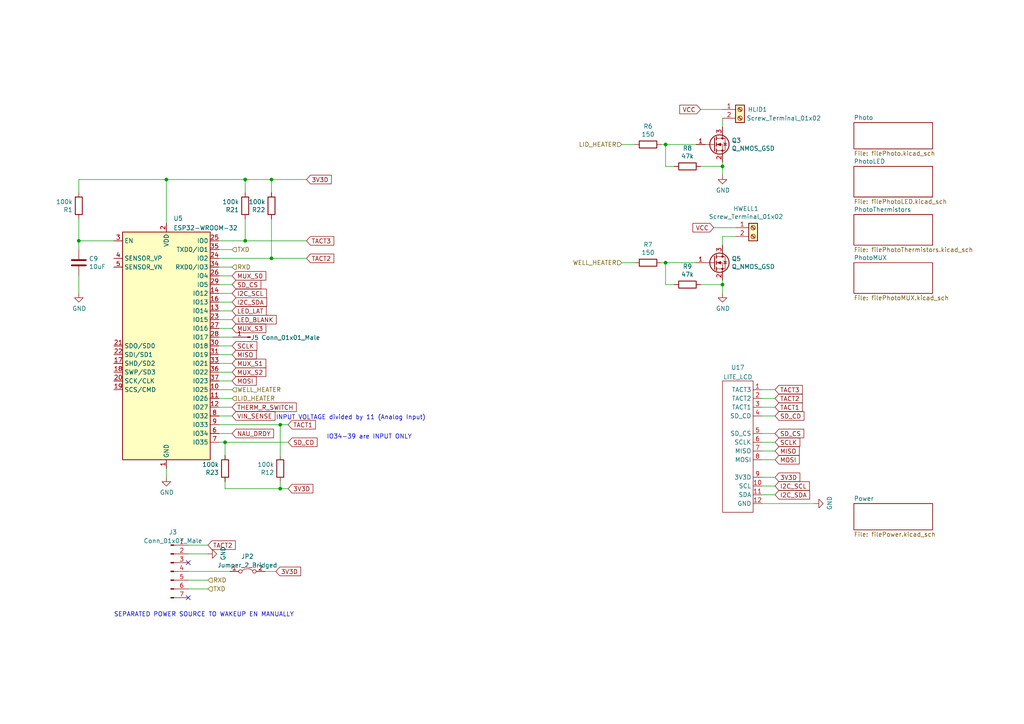
<source format=kicad_sch>
(kicad_sch (version 20211123) (generator eeschema)
  (paper "A4")
  (lib_symbols
    (symbol "Connector:Conn_01x01_Male" (pin_names (offset 1.016) hide)
      (property "Reference" "J" (at 0 2.54 0))
      (property "Value" "Conn_01x01_Male" (at 0 -2.54 0))
      (symbol "Conn_01x01_Male_1_1"
        (polyline (pts (xy 1.27 0) (xy 0.8636 0)) (stroke (width 0.1524)))
        (rectangle (start 0.8636 0.127) (end 0 -0.127) (stroke (width 0.1524)) (fill (type outline)))
        (pin passive line (at 5.08 0 180) (length 3.81) (name "Pin_1") (number "1"))
      )
    )
    (symbol "Connector:Conn_01x07_Male" (pin_names (offset 1.016) hide)
      (property "Reference" "J" (at 0 10.16 0))
      (property "Value" "Conn_01x07_Male" (at 0 -10.16 0))
      (symbol "Conn_01x07_Male_1_1"
        (polyline (pts (xy 1.27 -7.62) (xy 0.8636 -7.62)) (stroke (width 0.1524)))
        (polyline (pts (xy 1.27 -5.08) (xy 0.8636 -5.08)) (stroke (width 0.1524)))
        (polyline (pts (xy 1.27 -2.54) (xy 0.8636 -2.54)) (stroke (width 0.1524)))
        (polyline (pts (xy 1.27 0) (xy 0.8636 0)) (stroke (width 0.1524)))
        (polyline (pts (xy 1.27 2.54) (xy 0.8636 2.54)) (stroke (width 0.1524)))
        (polyline (pts (xy 1.27 5.08) (xy 0.8636 5.08)) (stroke (width 0.1524)))
        (polyline (pts (xy 1.27 7.62) (xy 0.8636 7.62)) (stroke (width 0.1524)))
        (rectangle (start 0.8636 -7.493) (end 0 -7.747) (stroke (width 0.1524)) (fill (type outline)))
        (rectangle (start 0.8636 -4.953) (end 0 -5.207) (stroke (width 0.1524)) (fill (type outline)))
        (rectangle (start 0.8636 -2.413) (end 0 -2.667) (stroke (width 0.1524)) (fill (type outline)))
        (rectangle (start 0.8636 0.127) (end 0 -0.127) (stroke (width 0.1524)) (fill (type outline)))
        (rectangle (start 0.8636 2.667) (end 0 2.413) (stroke (width 0.1524)) (fill (type outline)))
        (rectangle (start 0.8636 5.207) (end 0 4.953) (stroke (width 0.1524)) (fill (type outline)))
        (rectangle (start 0.8636 7.747) (end 0 7.493) (stroke (width 0.1524)) (fill (type outline)))
        (pin passive line (at 5.08 7.62 180) (length 3.81) (name "Pin_1") (number "1"))
        (pin passive line (at 5.08 5.08 180) (length 3.81) (name "Pin_2") (number "2"))
        (pin passive line (at 5.08 2.54 180) (length 3.81) (name "Pin_3") (number "3"))
        (pin passive line (at 5.08 0 180) (length 3.81) (name "Pin_4") (number "4"))
        (pin passive line (at 5.08 -2.54 180) (length 3.81) (name "Pin_5") (number "5"))
        (pin passive line (at 5.08 -5.08 180) (length 3.81) (name "Pin_6") (number "6"))
        (pin passive line (at 5.08 -7.62 180) (length 3.81) (name "Pin_7") (number "7"))
      )
    )
    (symbol "Connector:Screw_Terminal_01x02" (pin_names (offset 1.016) hide)
      (property "Reference" "J" (at 0 2.54 0))
      (property "Value" "Screw_Terminal_01x02" (at 0 -5.08 0))
      (symbol "Screw_Terminal_01x02_1_1"
        (rectangle (start -1.27 1.27) (end 1.27 -3.81) (stroke (width 0.254)) (fill (type background)))
        (circle (center 0 -2.54) (radius 0.635) (stroke (width 0.1524)))
        (polyline (pts (xy -0.5334 -2.2098) (xy 0.3302 -3.048)) (stroke (width 0.1524)))
        (polyline (pts (xy -0.5334 0.3302) (xy 0.3302 -0.508)) (stroke (width 0.1524)))
        (polyline (pts (xy -0.3556 -2.032) (xy 0.508 -2.8702)) (stroke (width 0.1524)))
        (polyline (pts (xy -0.3556 0.508) (xy 0.508 -0.3302)) (stroke (width 0.1524)))
        (circle (center 0 0) (radius 0.635) (stroke (width 0.1524)))
        (pin passive line (at -5.08 0 0) (length 3.81) (name "Pin_1") (number "1"))
        (pin passive line (at -5.08 -2.54 0) (length 3.81) (name "Pin_2") (number "2"))
      )
    )
    (symbol "Device:C" (pin_numbers hide) (pin_names (offset 0.254))
      (property "Reference" "C" (at 0.635 2.54 0))
      (property "Value" "C" (at 0.635 -2.54 0))
      (symbol "C_0_1"
        (polyline (pts (xy -2.032 -0.762) (xy 2.032 -0.762)) (stroke (width 0.508)))
        (polyline (pts (xy -2.032 0.762) (xy 2.032 0.762)) (stroke (width 0.508)))
      )
      (symbol "C_1_1"
        (pin passive line (at 0 3.81 270) (length 2.794) (name "~") (number "1"))
        (pin passive line (at 0 -3.81 90) (length 2.794) (name "~") (number "2"))
      )
    )
    (symbol "Device:Q_NMOS_GSD" (pin_names (offset 0) hide)
      (property "Reference" "Q" (at 5.08 1.27 0))
      (property "Value" "Q_NMOS_GSD" (at 5.08 -1.27 0))
      (symbol "Q_NMOS_GSD_0_1"
        (polyline (pts (xy 0.254 0) (xy -2.54 0)))
        (polyline (pts (xy 0.254 1.905) (xy 0.254 -1.905)) (stroke (width 0.254)))
        (polyline (pts (xy 0.762 -1.27) (xy 0.762 -2.286)) (stroke (width 0.254)))
        (polyline (pts (xy 0.762 0.508) (xy 0.762 -0.508)) (stroke (width 0.254)))
        (polyline (pts (xy 0.762 2.286) (xy 0.762 1.27)) (stroke (width 0.254)))
        (polyline (pts (xy 2.54 2.54) (xy 2.54 1.778)))
        (polyline (pts (xy 2.54 -2.54) (xy 2.54 0) (xy 0.762 0)))
        (polyline (pts (xy 0.762 -1.778) (xy 3.302 -1.778) (xy 3.302 1.778) (xy 0.762 1.778)))
        (polyline (pts (xy 1.016 0) (xy 2.032 0.381) (xy 2.032 -0.381) (xy 1.016 0)) (fill (type outline)))
        (polyline (pts (xy 2.794 0.508) (xy 2.921 0.381) (xy 3.683 0.381) (xy 3.81 0.254)))
        (polyline (pts (xy 3.302 0.381) (xy 2.921 -0.254) (xy 3.683 -0.254) (xy 3.302 0.381)))
        (circle (center 1.651 0) (radius 2.794) (stroke (width 0.254)))
        (circle (center 2.54 -1.778) (radius 0.254) (fill (type outline)))
        (circle (center 2.54 1.778) (radius 0.254) (fill (type outline)))
      )
      (symbol "Q_NMOS_GSD_1_1"
        (pin input line (at -5.08 0 0) (length 2.54) (name "G") (number "1"))
        (pin passive line (at 2.54 -5.08 90) (length 2.54) (name "S") (number "2"))
        (pin passive line (at 2.54 5.08 270) (length 2.54) (name "D") (number "3"))
      )
    )
    (symbol "Device:R" (pin_numbers hide) (pin_names (offset 0))
      (property "Reference" "R" (at 2.032 0 90))
      (property "Value" "R" (at 0 0 90))
      (symbol "R_0_1"
        (rectangle (start -1.016 -2.54) (end 1.016 2.54) (stroke (width 0.254)))
      )
      (symbol "R_1_1"
        (pin passive line (at 0 3.81 270) (length 1.27) (name "~") (number "1"))
        (pin passive line (at 0 -3.81 90) (length 1.27) (name "~") (number "2"))
      )
    )
    (symbol "Jumper:Jumper_2_Bridged" (pin_names (offset 0) hide)
      (property "Reference" "JP" (at 0 1.905 0))
      (property "Value" "Jumper_2_Bridged" (at 0 -2.54 0))
      (symbol "Jumper_2_Bridged_0_0"
        (circle (center -2.032 0) (radius 0.508))
        (circle (center 2.032 0) (radius 0.508))
      )
      (symbol "Jumper_2_Bridged_0_1"
        (arc (start 1.524 0.254) (mid 0 0.762) (end -1.524 0.254))
      )
      (symbol "Jumper_2_Bridged_1_1"
        (pin passive line (at -5.08 0 0) (length 2.54) (name "A") (number "1"))
        (pin passive line (at 5.08 0 180) (length 2.54) (name "B") (number "2"))
      )
    )
    (symbol "Ninja-qPCR:LITE_LCD"
      (property "Reference" "U" (at -3.81 3.81 0))
      (property "Value" "LITE_LCD" (at -3.81 -36.83 0))
      (symbol "LITE_LCD_0_1"
        (rectangle (start 0 2.54) (end -8.89 -35.56) (stroke (width 0.1524)))
      )
      (symbol "LITE_LCD_1_1"
        (pin input line (at 2.54 0 180) (length 2.54) (name "TACT3") (number "1"))
        (pin input line (at 2.54 -27.94 180) (length 2.54) (name "SCL") (number "10"))
        (pin input line (at 2.54 -30.48 180) (length 2.54) (name "SDA") (number "11"))
        (pin input line (at 2.54 -33.02 180) (length 2.54) (name "GND") (number "12"))
        (pin input line (at 2.54 -2.54 180) (length 2.54) (name "TACT2") (number "2"))
        (pin input line (at 2.54 -5.08 180) (length 2.54) (name "TACT1") (number "3"))
        (pin input line (at 2.54 -7.62 180) (length 2.54) (name "SD_CD") (number "4"))
        (pin input line (at 2.54 -12.7 180) (length 2.54) (name "SD_CS") (number "5"))
        (pin input line (at 2.54 -15.24 180) (length 2.54) (name "SCLK") (number "6"))
        (pin input line (at 2.54 -17.78 180) (length 2.54) (name "MISO") (number "7"))
        (pin input line (at 2.54 -20.32 180) (length 2.54) (name "MOSI") (number "8"))
        (pin input line (at 2.54 -25.4 180) (length 2.54) (name "3V3D") (number "9"))
      )
    )
    (symbol "RF_Module:ESP32-WROOM-32"
      (property "Reference" "U" (at -12.7 34.29 0))
      (property "Value" "ESP32-WROOM-32" (at 1.27 34.29 0))
      (symbol "ESP32-WROOM-32_0_1"
        (rectangle (start -12.7 33.02) (end 12.7 -33.02) (stroke (width 0.254)) (fill (type background)))
      )
      (symbol "ESP32-WROOM-32_1_1"
        (pin power_in line (at 0 -35.56 90) (length 2.54) (name "GND") (number "1"))
        (pin bidirectional line (at 15.24 -12.7 180) (length 2.54) (name "IO25") (number "10"))
        (pin bidirectional line (at 15.24 -15.24 180) (length 2.54) (name "IO26") (number "11"))
        (pin bidirectional line (at 15.24 -17.78 180) (length 2.54) (name "IO27") (number "12"))
        (pin bidirectional line (at 15.24 10.16 180) (length 2.54) (name "IO14") (number "13"))
        (pin bidirectional line (at 15.24 15.24 180) (length 2.54) (name "IO12") (number "14"))
        (pin passive line (at 0 -35.56 90) (length 2.54) hide (name "GND") (number "15"))
        (pin bidirectional line (at 15.24 12.7 180) (length 2.54) (name "IO13") (number "16"))
        (pin bidirectional line (at -15.24 -5.08 0) (length 2.54) (name "SHD/SD2") (number "17"))
        (pin bidirectional line (at -15.24 -7.62 0) (length 2.54) (name "SWP/SD3") (number "18"))
        (pin bidirectional line (at -15.24 -12.7 0) (length 2.54) (name "SCS/CMD") (number "19"))
        (pin power_in line (at 0 35.56 270) (length 2.54) (name "VDD") (number "2"))
        (pin bidirectional line (at -15.24 -10.16 0) (length 2.54) (name "SCK/CLK") (number "20"))
        (pin bidirectional line (at -15.24 0 0) (length 2.54) (name "SDO/SD0") (number "21"))
        (pin bidirectional line (at -15.24 -2.54 0) (length 2.54) (name "SDI/SD1") (number "22"))
        (pin bidirectional line (at 15.24 7.62 180) (length 2.54) (name "IO15") (number "23"))
        (pin bidirectional line (at 15.24 25.4 180) (length 2.54) (name "IO2") (number "24"))
        (pin bidirectional line (at 15.24 30.48 180) (length 2.54) (name "IO0") (number "25"))
        (pin bidirectional line (at 15.24 20.32 180) (length 2.54) (name "IO4") (number "26"))
        (pin bidirectional line (at 15.24 5.08 180) (length 2.54) (name "IO16") (number "27"))
        (pin bidirectional line (at 15.24 2.54 180) (length 2.54) (name "IO17") (number "28"))
        (pin bidirectional line (at 15.24 17.78 180) (length 2.54) (name "IO5") (number "29"))
        (pin input line (at -15.24 30.48 0) (length 2.54) (name "EN") (number "3"))
        (pin bidirectional line (at 15.24 0 180) (length 2.54) (name "IO18") (number "30"))
        (pin bidirectional line (at 15.24 -2.54 180) (length 2.54) (name "IO19") (number "31"))
        (pin no_connect line (at -12.7 -27.94 0) (length 2.54) hide (name "NC") (number "32"))
        (pin bidirectional line (at 15.24 -5.08 180) (length 2.54) (name "IO21") (number "33"))
        (pin bidirectional line (at 15.24 22.86 180) (length 2.54) (name "RXD0/IO3") (number "34"))
        (pin bidirectional line (at 15.24 27.94 180) (length 2.54) (name "TXD0/IO1") (number "35"))
        (pin bidirectional line (at 15.24 -7.62 180) (length 2.54) (name "IO22") (number "36"))
        (pin bidirectional line (at 15.24 -10.16 180) (length 2.54) (name "IO23") (number "37"))
        (pin passive line (at 0 -35.56 90) (length 2.54) hide (name "GND") (number "38"))
        (pin passive line (at 0 -35.56 90) (length 2.54) hide (name "GND") (number "39"))
        (pin input line (at -15.24 25.4 0) (length 2.54) (name "SENSOR_VP") (number "4"))
        (pin input line (at -15.24 22.86 0) (length 2.54) (name "SENSOR_VN") (number "5"))
        (pin input line (at 15.24 -25.4 180) (length 2.54) (name "IO34") (number "6"))
        (pin input line (at 15.24 -27.94 180) (length 2.54) (name "IO35") (number "7"))
        (pin bidirectional line (at 15.24 -20.32 180) (length 2.54) (name "IO32") (number "8"))
        (pin bidirectional line (at 15.24 -22.86 180) (length 2.54) (name "IO33") (number "9"))
      )
    )
    (symbol "power:GND" (power) (pin_names (offset 0))
      (property "Value" "GND" (at 0 -3.81 0))
      (symbol "GND_0_1"
        (polyline (pts (xy 0 0) (xy 0 -1.27) (xy 1.27 -1.27) (xy 0 -2.54) (xy -1.27 -1.27) (xy 0 -1.27)))
      )
      (symbol "GND_1_1"
        (pin power_in line (at 0 0 270) (length 0) hide (name "GND") (number "1"))
      )
    )
  )
  (junction (at 193.04 41.91))
  (junction (at 22.86 69.85))
  (junction (at 65.278 128.27))
  (junction (at 209.55 82.55))
  (junction (at 48.26 52.07))
  (junction (at 71.12 52.07))
  (junction (at 81.28 141.732))
  (junction (at 209.55 48.26))
  (junction (at 81.28 123.19))
  (junction (at 78.74 52.07))
  (junction (at 193.04 76.2))
  (junction (at 78.74 74.93))
  (junction (at 71.12 69.85))
  (no_connect (at 54.61 173.355))
  (no_connect (at 54.61 163.195))
  (wire (pts (xy 71.12 69.85) (xy 88.9 69.85)))
  (wire (pts (xy 203.2 48.26) (xy 209.55 48.26)))
  (wire (pts (xy 63.5 118.11) (xy 67.31 118.11)))
  (wire (pts (xy 193.04 76.2) (xy 191.77 76.2)))
  (wire (pts (xy 81.28 141.732) (xy 65.278 141.732)))
  (wire (pts (xy 78.74 74.93) (xy 88.9 74.93)))
  (wire (pts (xy 63.5 100.33) (xy 67.31 100.33)))
  (wire (pts (xy 193.04 48.26) (xy 193.04 41.91)))
  (wire (pts (xy 213.36 68.58) (xy 209.55 68.58)))
  (wire (pts (xy 48.26 135.89) (xy 48.26 138.43)))
  (wire (pts (xy 220.98 130.81) (xy 224.79 130.81)))
  (wire (pts (xy 207.01 66.04) (xy 213.36 66.04)))
  (wire (pts (xy 63.5 125.73) (xy 67.31 125.73)))
  (wire (pts (xy 71.12 63.5) (xy 71.12 69.85)))
  (wire (pts (xy 193.04 82.55) (xy 193.04 76.2)))
  (wire (pts (xy 201.93 41.91) (xy 193.04 41.91)))
  (wire (pts (xy 48.26 52.07) (xy 22.86 52.07)))
  (wire (pts (xy 78.74 52.07) (xy 88.9 52.07)))
  (wire (pts (xy 63.5 77.47) (xy 67.31 77.47)))
  (wire (pts (xy 81.28 123.19) (xy 83.566 123.19)))
  (wire (pts (xy 22.86 63.5) (xy 22.86 69.85)))
  (wire (pts (xy 220.98 125.73) (xy 224.79 125.73)))
  (wire (pts (xy 22.86 52.07) (xy 22.86 55.88)))
  (wire (pts (xy 63.5 97.79) (xy 67.564 97.79)))
  (wire (pts (xy 220.98 140.97) (xy 224.79 140.97)))
  (wire (pts (xy 65.278 128.27) (xy 65.278 132.08)))
  (wire (pts (xy 63.5 113.03) (xy 67.31 113.03)))
  (wire (pts (xy 220.98 146.05) (xy 236.22 146.05)))
  (wire (pts (xy 54.61 160.655) (xy 60.325 160.655)))
  (wire (pts (xy 203.2 82.55) (xy 209.55 82.55)))
  (wire (pts (xy 220.98 120.65) (xy 224.79 120.65)))
  (wire (pts (xy 54.61 158.115) (xy 60.325 158.115)))
  (wire (pts (xy 78.74 52.07) (xy 78.74 55.88)))
  (wire (pts (xy 195.58 82.55) (xy 193.04 82.55)))
  (wire (pts (xy 63.5 92.71) (xy 67.31 92.71)))
  (wire (pts (xy 63.5 85.09) (xy 67.31 85.09)))
  (wire (pts (xy 65.278 141.732) (xy 65.278 139.7)))
  (wire (pts (xy 209.55 85.09) (xy 209.55 82.55)))
  (wire (pts (xy 63.5 107.95) (xy 67.31 107.95)))
  (wire (pts (xy 220.98 138.43) (xy 224.79 138.43)))
  (wire (pts (xy 63.5 110.49) (xy 67.31 110.49)))
  (wire (pts (xy 180.34 76.2) (xy 184.15 76.2)))
  (wire (pts (xy 63.5 74.93) (xy 78.74 74.93)))
  (wire (pts (xy 81.28 139.7) (xy 81.28 141.732)))
  (wire (pts (xy 22.86 69.85) (xy 33.02 69.85)))
  (wire (pts (xy 22.86 80.01) (xy 22.86 85.09)))
  (wire (pts (xy 65.278 128.27) (xy 83.566 128.27)))
  (wire (pts (xy 63.5 80.01) (xy 67.31 80.01)))
  (wire (pts (xy 48.26 52.07) (xy 48.26 64.77)))
  (wire (pts (xy 63.5 102.87) (xy 67.31 102.87)))
  (wire (pts (xy 54.61 165.735) (xy 66.675 165.735)))
  (wire (pts (xy 48.26 52.07) (xy 71.12 52.07)))
  (wire (pts (xy 63.5 82.55) (xy 67.31 82.55)))
  (wire (pts (xy 201.93 76.2) (xy 193.04 76.2)))
  (wire (pts (xy 209.55 82.55) (xy 209.55 81.28)))
  (wire (pts (xy 209.55 68.58) (xy 209.55 71.12)))
  (wire (pts (xy 63.5 90.17) (xy 67.31 90.17)))
  (wire (pts (xy 63.5 128.27) (xy 65.278 128.27)))
  (wire (pts (xy 63.5 72.39) (xy 67.31 72.39)))
  (wire (pts (xy 63.5 95.25) (xy 67.31 95.25)))
  (wire (pts (xy 54.61 170.815) (xy 60.325 170.815)))
  (wire (pts (xy 63.5 105.41) (xy 67.31 105.41)))
  (wire (pts (xy 78.74 63.5) (xy 78.74 74.93)))
  (wire (pts (xy 71.12 52.07) (xy 78.74 52.07)))
  (wire (pts (xy 220.98 133.35) (xy 224.79 133.35)))
  (wire (pts (xy 81.28 132.08) (xy 81.28 123.19)))
  (wire (pts (xy 220.98 143.51) (xy 224.79 143.51)))
  (wire (pts (xy 22.86 69.85) (xy 22.86 72.39)))
  (wire (pts (xy 220.98 115.57) (xy 224.79 115.57)))
  (wire (pts (xy 54.61 168.275) (xy 60.325 168.275)))
  (wire (pts (xy 180.34 41.91) (xy 184.15 41.91)))
  (wire (pts (xy 63.5 120.65) (xy 67.31 120.65)))
  (wire (pts (xy 63.5 87.63) (xy 67.31 87.63)))
  (wire (pts (xy 63.5 115.57) (xy 67.31 115.57)))
  (wire (pts (xy 209.55 48.26) (xy 209.55 46.99)))
  (wire (pts (xy 76.835 165.735) (xy 80.01 165.735)))
  (wire (pts (xy 193.04 41.91) (xy 191.77 41.91)))
  (wire (pts (xy 83.566 141.732) (xy 81.28 141.732)))
  (wire (pts (xy 220.98 128.27) (xy 224.79 128.27)))
  (wire (pts (xy 209.55 34.29) (xy 209.55 36.83)))
  (wire (pts (xy 220.98 118.11) (xy 224.79 118.11)))
  (wire (pts (xy 209.55 50.8) (xy 209.55 48.26)))
  (wire (pts (xy 71.12 52.07) (xy 71.12 55.88)))
  (wire (pts (xy 63.5 69.85) (xy 71.12 69.85)))
  (wire (pts (xy 63.5 123.19) (xy 81.28 123.19)))
  (wire (pts (xy 195.58 48.26) (xy 193.04 48.26)))
  (wire (pts (xy 203.2 31.75) (xy 209.55 31.75)))
  (wire (pts (xy 220.98 113.03) (xy 224.79 113.03)))
  (text "SEPARATED POWER SOURCE TO WAKEUP EN MANUALLY" (at 33.02 179.07 0) (effects (font (size 1.27 1.27)) (justify left bottom)))
  (text "IO34-39 are INPUT ONLY" (at 94.742 127.508 0) (effects (font (size 1.27 1.27)) (justify left bottom)))
  (text "INPUT VOLTAGE divided by 11 (Analog Input)" (at 80.01 121.92 0) (effects (font (size 1.27 1.27)) (justify left bottom)))
  (global_label "3V3D" (shape input) (at 224.79 138.43 0) (property "Intersheet References" "${INTERSHEET_REFS}" (effects hide)))
  (global_label "SCLK" (shape input) (at 67.31 100.33 0) (property "Intersheet References" "${INTERSHEET_REFS}" (effects hide)))
  (global_label "I2C_SCL" (shape input) (at 224.79 140.97 0) (property "Intersheet References" "${INTERSHEET_REFS}" (effects hide)))
  (global_label "TACT2" (shape input) (at 60.325 158.115 0) (property "Intersheet References" "${INTERSHEET_REFS}" (effects hide)))
  (global_label "SD_CS" (shape input) (at 224.79 125.73 0) (property "Intersheet References" "${INTERSHEET_REFS}" (effects hide)))
  (global_label "LED_LAT" (shape input) (at 67.31 90.17 0) (property "Intersheet References" "${INTERSHEET_REFS}" (effects hide)))
  (global_label "MOSI" (shape input) (at 224.79 133.35 0) (property "Intersheet References" "${INTERSHEET_REFS}" (effects hide)))
  (global_label "TACT2" (shape input) (at 88.9 74.93 0) (property "Intersheet References" "${INTERSHEET_REFS}" (effects hide)))
  (global_label "TACT3" (shape input) (at 224.79 113.03 0) (property "Intersheet References" "${INTERSHEET_REFS}" (effects hide)))
  (global_label "SD_CD" (shape input) (at 83.566 128.27 0) (property "Intersheet References" "${INTERSHEET_REFS}" (effects hide)))
  (global_label "MUX_S3" (shape input) (at 67.31 95.25 0) (property "Intersheet References" "${INTERSHEET_REFS}" (effects hide)))
  (global_label "I2C_SDA" (shape input) (at 67.31 87.63 0) (property "Intersheet References" "${INTERSHEET_REFS}" (effects hide)))
  (global_label "SD_CS" (shape input) (at 67.31 82.55 0) (property "Intersheet References" "${INTERSHEET_REFS}" (effects hide)))
  (global_label "THERM_R_SWITCH" (shape input) (at 67.31 118.11 0) (property "Intersheet References" "${INTERSHEET_REFS}" (effects hide)))
  (global_label "TACT1" (shape input) (at 83.566 123.19 0) (property "Intersheet References" "${INTERSHEET_REFS}" (effects hide)))
  (global_label "3V3D" (shape input) (at 83.566 141.732 0) (property "Intersheet References" "${INTERSHEET_REFS}" (effects hide)))
  (global_label "NAU_DRDY" (shape input) (at 67.31 125.73 0) (property "Intersheet References" "${INTERSHEET_REFS}" (effects hide)))
  (global_label "MUX_S1" (shape input) (at 67.31 105.41 0) (property "Intersheet References" "${INTERSHEET_REFS}" (effects hide)))
  (global_label "MOSI" (shape input) (at 67.31 110.49 0) (property "Intersheet References" "${INTERSHEET_REFS}" (effects hide)))
  (global_label "VCC" (shape input) (at 207.01 66.04 180) (property "Intersheet References" "${INTERSHEET_REFS}" (effects hide)))
  (global_label "SCLK" (shape input) (at 224.79 128.27 0) (property "Intersheet References" "${INTERSHEET_REFS}" (effects hide)))
  (global_label "I2C_SDA" (shape input) (at 224.79 143.51 0) (property "Intersheet References" "${INTERSHEET_REFS}" (effects hide)))
  (global_label "MISO" (shape input) (at 224.79 130.81 0) (property "Intersheet References" "${INTERSHEET_REFS}" (effects hide)))
  (global_label "SD_CD" (shape input) (at 224.79 120.65 0) (property "Intersheet References" "${INTERSHEET_REFS}" (effects hide)))
  (global_label "TACT2" (shape input) (at 224.79 115.57 0) (property "Intersheet References" "${INTERSHEET_REFS}" (effects hide)))
  (global_label "TACT3" (shape input) (at 88.9 69.85 0) (property "Intersheet References" "${INTERSHEET_REFS}" (effects hide)))
  (global_label "I2C_SCL" (shape input) (at 67.31 85.09 0) (property "Intersheet References" "${INTERSHEET_REFS}" (effects hide)))
  (global_label "3V3D" (shape input) (at 88.9 52.07 0) (property "Intersheet References" "${INTERSHEET_REFS}" (effects hide)))
  (global_label "VCC" (shape input) (at 203.2 31.75 180) (property "Intersheet References" "${INTERSHEET_REFS}" (effects hide)))
  (global_label "MUX_S0" (shape input) (at 67.31 80.01 0) (property "Intersheet References" "${INTERSHEET_REFS}" (effects hide)))
  (global_label "LED_BLANK" (shape input) (at 67.31 92.71 0) (property "Intersheet References" "${INTERSHEET_REFS}" (effects hide)))
  (global_label "VIN_SENSE" (shape input) (at 67.31 120.65 0) (property "Intersheet References" "${INTERSHEET_REFS}" (effects hide)))
  (global_label "MUX_S2" (shape input) (at 67.31 107.95 0) (property "Intersheet References" "${INTERSHEET_REFS}" (effects hide)))
  (global_label "MISO" (shape input) (at 67.31 102.87 0) (property "Intersheet References" "${INTERSHEET_REFS}" (effects hide)))
  (global_label "3V3D" (shape input) (at 80.01 165.735 0) (property "Intersheet References" "${INTERSHEET_REFS}" (effects hide)))
  (global_label "TACT1" (shape input) (at 224.79 118.11 0) (property "Intersheet References" "${INTERSHEET_REFS}" (effects hide)))
  (hierarchical_label "WELL_HEATER" (shape input) (at 67.31 113.03 0))
  (hierarchical_label "RXD" (shape input) (at 60.325 168.275 0))
  (hierarchical_label "LID_HEATER" (shape input) (at 180.34 41.91 180))
  (hierarchical_label "RXD" (shape input) (at 67.31 77.47 0))
  (hierarchical_label "TXD" (shape input) (at 67.31 72.39 0))
  (hierarchical_label "LID_HEATER" (shape input) (at 67.31 115.57 0))
  (hierarchical_label "WELL_HEATER" (shape input) (at 180.34 76.2 180))
  (hierarchical_label "TXD" (shape input) (at 60.325 170.815 0))
  (symbol (lib_id "Device:R") (at 199.39 48.26 270) (unit 1)
    (property "Reference" "R8" (at 199.39 43.0022 90))
    (property "Value" "47k" (at 199.39 45.3136 90))
    (property "Footprint" "Resistor_SMD:R_0603_1608Metric" (effects hide))
  )
  (symbol (lib_id "Device:R") (at 187.96 41.91 270) (unit 1)
    (property "Reference" "R6" (at 187.96 36.6522 90))
    (property "Value" "150" (at 187.96 38.9636 90))
    (property "Footprint" "Resistor_SMD:R_0603_1608Metric" (effects hide))
  )
  (symbol (lib_id "power:GND") (at 209.55 50.8 0) (unit 1)
    (property "Reference" "#PWR05" (effects hide))
    (property "Value" "GND" (at 209.677 55.1942 0))
  )
  (symbol (lib_id "Device:Q_NMOS_GSD") (at 207.01 41.91 0) (unit 1)
    (property "Reference" "Q3" (at 212.1916 40.7416 0) (effects (justify left)))
    (property "Value" "Q_NMOS_GSD" (at 212.1916 43.053 0) (effects (justify left)))
    (property "Footprint" "Ninja-qPCR:SOT95P240X112-3N" (effects hide))
  )
  (symbol (lib_id "Device:R") (at 199.39 82.55 270) (unit 1)
    (property "Reference" "R9" (at 199.39 77.2922 90))
    (property "Value" "47k" (at 199.39 79.6036 90))
    (property "Footprint" "Resistor_SMD:R_0603_1608Metric" (effects hide))
  )
  (symbol (lib_id "Device:R") (at 187.96 76.2 270) (unit 1)
    (property "Reference" "R7" (at 187.96 70.9422 90))
    (property "Value" "150" (at 187.96 73.2536 90))
    (property "Footprint" "Resistor_SMD:R_0603_1608Metric" (effects hide))
  )
  (symbol (lib_id "power:GND") (at 209.55 85.09 0) (unit 1)
    (property "Reference" "#PWR07" (effects hide))
    (property "Value" "GND" (at 209.677 89.4842 0))
  )
  (symbol (lib_id "Device:Q_NMOS_GSD") (at 207.01 76.2 0) (unit 1)
    (property "Reference" "Q5" (at 212.1916 75.0316 0) (effects (justify left)))
    (property "Value" "Q_NMOS_GSD" (at 212.1916 77.343 0) (effects (justify left)))
    (property "Footprint" "Ninja-qPCR:SOT95P240X112-3N" (effects hide))
  )
  (symbol (lib_id "Connector:Screw_Terminal_01x02") (at 218.44 66.04 0) (unit 1)
    (property "Reference" "HWELL1" (at 216.3572 60.5282 0))
    (property "Value" "Screw_Terminal_01x02" (at 216.3572 62.8396 0))
    (property "Footprint" "Ninja-qPCR:TB_SeeedOPL_320110028" (effects hide))
  )
  (symbol (lib_id "Connector:Screw_Terminal_01x02") (at 214.63 31.75 0) (unit 1)
    (property "Reference" "HLID1" (at 219.71 31.75 0))
    (property "Value" "Screw_Terminal_01x02" (at 227.33 34.29 0))
    (property "Footprint" "Ninja-qPCR:TB_SeeedOPL_320110028" (effects hide))
  )
  (symbol (lib_id "power:GND") (at 48.26 138.43 0) (unit 1)
    (property "Reference" "#PWR0104" (effects hide))
    (property "Value" "GND" (at 48.387 142.8242 0))
  )
  (symbol (lib_id "power:GND") (at 60.325 160.655 90) (unit 1)
    (property "Reference" "#PWR0101" (effects hide))
    (property "Value" "GND" (at 64.7192 160.528 0))
  )
  (symbol (lib_id "Connector:Conn_01x07_Male") (at 49.53 165.735 0) (unit 1)
    (property "Reference" "J3" (at 50.165 154.339 0))
    (property "Value" "Conn_01x07_Male" (at 50.165 156.8759 0))
    (property "Footprint" "Connector_PinSocket_2.54mm:PinSocket_1x07_P2.54mm_Horizontal" (effects hide))
  )
  (symbol (lib_id "Jumper:Jumper_2_Bridged") (at 71.755 165.735 0) (unit 1)
    (property "Reference" "JP2" (at 71.755 161.4002 0))
    (property "Value" "Jumper_2_Bridged" (at 71.755 163.9371 0))
    (property "Footprint" "Jumper:SolderJumper-2_P1.3mm_Open_TrianglePad1.0x1.5mm" (effects hide))
  )
  (symbol (lib_id "Device:R") (at 81.28 135.89 180) (unit 1)
    (property "Reference" "R12" (at 79.502 137.0584 0) (effects (justify left)))
    (property "Value" "100k" (at 79.502 134.747 0) (effects (justify left)))
    (property "Footprint" "Resistor_SMD:R_0603_1608Metric" (effects hide))
  )
  (symbol (lib_id "Device:R") (at 71.12 59.69 180) (unit 1)
    (property "Reference" "R21" (at 69.342 60.8584 0) (effects (justify left)))
    (property "Value" "100k" (at 69.342 58.547 0) (effects (justify left)))
    (property "Footprint" "Resistor_SMD:R_0603_1608Metric" (effects hide))
  )
  (symbol (lib_id "Connector:Conn_01x01_Male") (at 72.644 97.79 0) (mirror y) (unit 1)
    (property "Reference" "J5" (at 73.914 97.917 0))
    (property "Value" "Conn_01x01_Male" (at 84.328 97.917 0))
    (property "Footprint" "Pin_Headers:Pin_Header_Straight_1x01_Pitch1.27mm" (effects hide))
  )
  (symbol (lib_id "Device:R") (at 22.86 59.69 180) (unit 1)
    (property "Reference" "R1" (at 21.082 60.8584 0) (effects (justify left)))
    (property "Value" "100k" (at 21.082 58.547 0) (effects (justify left)))
    (property "Footprint" "Resistor_SMD:R_0603_1608Metric" (effects hide))
  )
  (symbol (lib_id "Device:C") (at 22.86 76.2 0) (unit 1)
    (property "Reference" "C9" (at 25.781 75.0316 0) (effects (justify left)))
    (property "Value" "10uF" (at 25.781 77.343 0) (effects (justify left)))
    (property "Footprint" "Capacitor_SMD:C_0805_2012Metric" (effects hide))
  )
  (symbol (lib_id "RF_Module:ESP32-WROOM-32") (at 48.26 100.33 0) (unit 1)
    (property "Reference" "U5" (at 50.2794 63.3435 0) (effects (justify left)))
    (property "Value" "ESP32-WROOM-32" (at 50.2794 66.1186 0) (effects (justify left)))
    (property "Footprint" "RF_Module:ESP32-WROOM-32" (effects hide))
    (property "Datasheet" "https://www.espressif.com/sites/default/files/documentation/esp32-wroom-32_datasheet_en.pdf" (effects hide))
  )
  (symbol (lib_id "Device:R") (at 65.278 135.89 180) (unit 1)
    (property "Reference" "R23" (at 63.5 137.0584 0) (effects (justify left)))
    (property "Value" "100k" (at 63.5 134.747 0) (effects (justify left)))
    (property "Footprint" "Resistor_SMD:R_0603_1608Metric" (effects hide))
  )
  (symbol (lib_id "Device:R") (at 78.74 59.69 180) (unit 1)
    (property "Reference" "R22" (at 76.962 60.8584 0) (effects (justify left)))
    (property "Value" "100k" (at 76.962 58.547 0) (effects (justify left)))
    (property "Footprint" "Resistor_SMD:R_0603_1608Metric" (effects hide))
  )
  (symbol (lib_id "power:GND") (at 236.22 146.05 90) (unit 1)
    (property "Reference" "#PWR0140" (effects hide))
    (property "Value" "GND" (at 240.6142 145.923 0))
  )
  (symbol (lib_id "power:GND") (at 22.86 85.09 0) (unit 1)
    (property "Reference" "#PWR0103" (effects hide))
    (property "Value" "GND" (at 22.987 89.4842 0))
  )
  (symbol (lib_id "Ninja-qPCR:LITE_LCD") (at 218.44 113.03 0) (unit 1)
    (property "Reference" "U17" (at 213.995 106.5743 0))
    (property "Value" "LITE_LCD" (at 213.995 109.3494 0))
    (property "Footprint" "Ninja-qPCR:LITE_LCD" (effects hide))
  )
  (sheet (at 247.65 35.56) (size 22.86 7.62)
    (property "Sheet name" "Photo" (at 247.65 34.8484 0) (effects (justify left bottom)))
    (property "Sheet file" "filePhoto.kicad_sch" (at 247.65 43.7646 0) (effects (justify left top)))
  )
  (sheet (at 247.65 48.26) (size 22.86 8.89)
    (property "Sheet name" "PhotoLED" (at 247.65 47.5484 0) (effects (justify left bottom)))
    (property "Sheet file" "filePhotoLED.kicad_sch" (at 247.65 57.7346 0) (effects (justify left top)))
  )
  (sheet (at 247.65 62.23) (size 22.86 8.89)
    (property "Sheet name" "PhotoThermistors" (at 247.65 61.5184 0) (effects (justify left bottom)))
    (property "Sheet file" "filePhotoThermistors.kicad_sch" (at 247.65 71.7046 0) (effects (justify left top)))
  )
  (sheet (at 247.65 76.2) (size 22.86 8.89)
    (property "Sheet name" "PhotoMUX" (at 247.65 75.4884 0) (effects (justify left bottom)))
    (property "Sheet file" "filePhotoMUX.kicad_sch" (at 247.65 85.6746 0) (effects (justify left top)))
  )
  (sheet (at 247.65 146.05) (size 22.86 7.62) (stroke (width 0.1524))
    (property "Sheet name" "Power" (at 247.65 145.3384 0) (effects (justify left bottom)))
    (property "Sheet file" "filePower.kicad_sch" (at 247.65 154.2546 0) (effects (justify left top)))
  )
)
</source>
